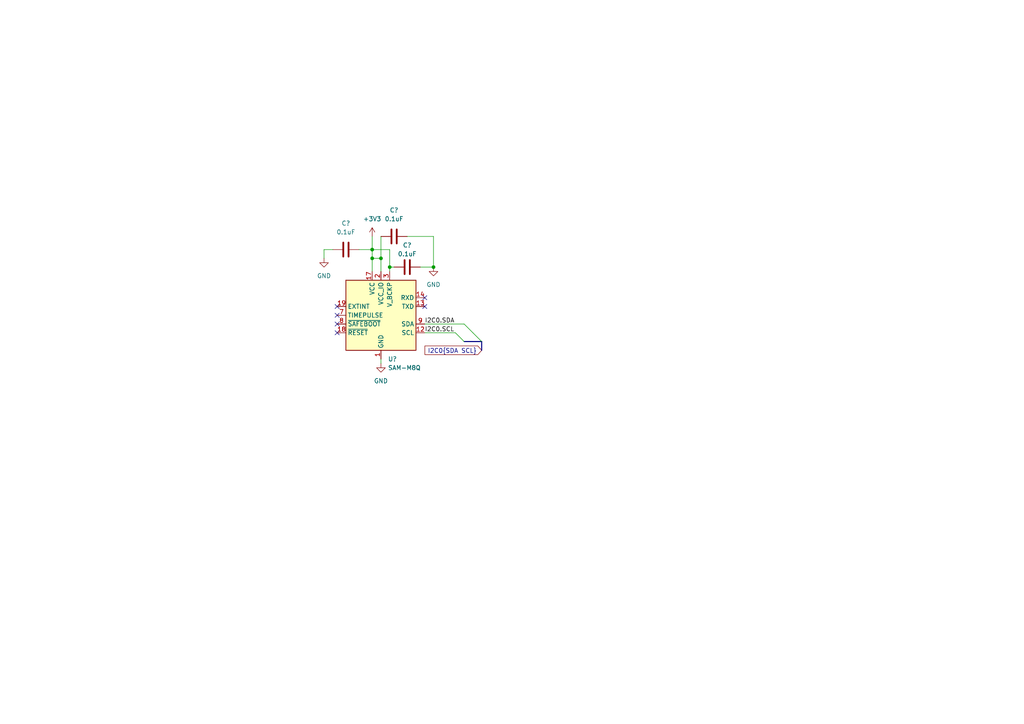
<source format=kicad_sch>
(kicad_sch (version 20211123) (generator eeschema)
  (paper "A4")
  (lib_symbols
    (symbol "Device:C" (pin_numbers hide) (pin_names (offset 0.254))
      (property "Reference" "C" (at 0.635 2.54 0))
      (property "Value" "C" (at 0.635 -2.54 0))
      (symbol "C_0_1"
        (polyline (pts (xy -2.032 -0.762) (xy 2.032 -0.762)) (stroke (width 0.508)))
        (polyline (pts (xy -2.032 0.762) (xy 2.032 0.762)) (stroke (width 0.508)))
      )
      (symbol "C_1_1"
        (pin passive line (at 0 3.81 270) (length 2.794) (name "~") (number "1"))
        (pin passive line (at 0 -3.81 90) (length 2.794) (name "~") (number "2"))
      )
    )
    (symbol "RF_GPS:SAM-M8Q"
      (property "Reference" "U" (at -8.89 11.43 0))
      (property "Value" "SAM-M8Q" (at 8.89 11.43 0))
      (symbol "SAM-M8Q_0_1"
        (rectangle (start -10.16 10.16) (end 10.16 -10.16) (stroke (width 0.254)) (fill (type background)))
      )
      (symbol "SAM-M8Q_1_1"
        (pin power_in line (at 0 -12.7 90) (length 2.54) (name "GND") (number "1"))
        (pin passive line (at 0 -12.7 90) (length 2.54) hide (name "GND") (number "10"))
        (pin passive line (at 0 -12.7 90) (length 2.54) hide (name "GND") (number "11"))
        (pin input line (at 12.7 -5.08 180) (length 2.54) (name "SCL") (number "12"))
        (pin output line (at 12.7 2.54 180) (length 2.54) (name "TXD") (number "13"))
        (pin input line (at 12.7 5.08 180) (length 2.54) (name "RXD") (number "14"))
        (pin passive line (at 0 -12.7 90) (length 2.54) hide (name "GND") (number "15"))
        (pin passive line (at 0 -12.7 90) (length 2.54) hide (name "GND") (number "16"))
        (pin power_in line (at -2.54 12.7 270) (length 2.54) (name "VCC") (number "17"))
        (pin input line (at -12.7 -5.08 0) (length 2.54) (name "~{RESET}") (number "18"))
        (pin input line (at -12.7 2.54 0) (length 2.54) (name "EXTINT") (number "19"))
        (pin power_in line (at 0 12.7 270) (length 2.54) (name "VCC_IO") (number "2"))
        (pin passive line (at 0 -12.7 90) (length 2.54) hide (name "GND") (number "20"))
        (pin power_in line (at 2.54 12.7 270) (length 2.54) (name "V_BCKP") (number "3"))
        (pin passive line (at 0 -12.7 90) (length 2.54) hide (name "GND") (number "4"))
        (pin passive line (at 0 -12.7 90) (length 2.54) hide (name "GND") (number "5"))
        (pin passive line (at 0 -12.7 90) (length 2.54) hide (name "GND") (number "6"))
        (pin output line (at -12.7 0 0) (length 2.54) (name "TIMEPULSE") (number "7"))
        (pin input line (at -12.7 -2.54 0) (length 2.54) (name "~{SAFEBOOT}") (number "8"))
        (pin bidirectional line (at 12.7 -2.54 180) (length 2.54) (name "SDA") (number "9"))
      )
    )
    (symbol "power:+3V3" (power) (pin_names (offset 0))
      (property "Value" "+3V3" (at 0 3.556 0))
      (symbol "+3V3_0_1"
        (polyline (pts (xy -0.762 1.27) (xy 0 2.54)))
        (polyline (pts (xy 0 0) (xy 0 2.54)))
        (polyline (pts (xy 0 2.54) (xy 0.762 1.27)))
      )
      (symbol "+3V3_1_1"
        (pin power_in line (at 0 0 90) (length 0) hide (name "+3V3") (number "1"))
      )
    )
    (symbol "power:GND" (power) (pin_names (offset 0))
      (property "Value" "GND" (at 0 -3.81 0))
      (symbol "GND_0_1"
        (polyline (pts (xy 0 0) (xy 0 -1.27) (xy 1.27 -1.27) (xy 0 -2.54) (xy -1.27 -1.27) (xy 0 -1.27)))
      )
      (symbol "GND_1_1"
        (pin power_in line (at 0 0 270) (length 0) hide (name "GND") (number "1"))
      )
    )
  )
  (junction (at 125.73 77.47))
  (junction (at 110.49 74.93))
  (junction (at 113.03 77.47))
  (junction (at 107.95 72.39))
  (junction (at 107.95 74.93))
  (no_connect (at 123.19 86.36))
  (no_connect (at 97.79 93.98))
  (no_connect (at 97.79 91.44))
  (no_connect (at 123.19 88.9))
  (no_connect (at 97.79 96.52))
  (no_connect (at 97.79 88.9))
  (bus_entry (at 134.62 99.06) (size -2.54 -2.54))
  (bus_entry (at 139.7 99.06) (size -2.54 -2.54))
  (wire (pts (xy 93.98 72.39) (xy 93.98 74.93)))
  (wire (pts (xy 110.49 68.58) (xy 110.49 74.93)))
  (wire (pts (xy 123.19 96.52) (xy 132.08 96.52)))
  (wire (pts (xy 134.62 93.98) (xy 137.16 96.52)))
  (bus (pts (xy 139.7 101.6) (xy 139.7 99.06)))
  (wire (pts (xy 110.49 74.93) (xy 107.95 74.93)))
  (wire (pts (xy 113.03 77.47) (xy 113.03 72.39)))
  (wire (pts (xy 110.49 78.74) (xy 110.49 74.93)))
  (wire (pts (xy 125.73 77.47) (xy 121.92 77.47)))
  (wire (pts (xy 123.19 93.98) (xy 134.62 93.98)))
  (wire (pts (xy 110.49 104.14) (xy 110.49 105.41)))
  (wire (pts (xy 107.95 72.39) (xy 107.95 74.93)))
  (wire (pts (xy 113.03 77.47) (xy 114.3 77.47)))
  (wire (pts (xy 118.11 68.58) (xy 125.73 68.58)))
  (wire (pts (xy 125.73 68.58) (xy 125.73 77.47)))
  (wire (pts (xy 113.03 72.39) (xy 107.95 72.39)))
  (wire (pts (xy 96.52 72.39) (xy 93.98 72.39)))
  (wire (pts (xy 113.03 78.74) (xy 113.03 77.47)))
  (wire (pts (xy 107.95 74.93) (xy 107.95 78.74)))
  (wire (pts (xy 107.95 68.58) (xy 107.95 72.39)))
  (wire (pts (xy 104.14 72.39) (xy 107.95 72.39)))
  (bus (pts (xy 139.7 99.06) (xy 134.62 99.06)))
  (label "I2C0.SDA" (at 123.19 93.98 0))
  (label "I2C0.SCL" (at 123.19 96.52 0))
  (global_label "I2C0{SDA SCL}" (shape input) (at 139.7 101.6 180) (property "Intersheet References" "${INTERSHEET_REFS}" (effects hide)))
  (symbol (lib_id "Device:C") (at 100.33 72.39 90) (unit 1)
    (property "Reference" "C?" (at 100.33 64.77 90))
    (property "Value" "0.1uF" (at 100.33 67.31 90))
    (property "Footprint" "Capacitor_SMD:C_0603_1608Metric_Pad1.08x0.95mm_HandSolder" (effects hide))
    (property "Digikey" "https://www.digikey.com/short/3wn2fdb2" (effects hide))
    (property "Unit Price" "0.10" (effects hide))
  )
  (symbol (lib_id "RF_GPS:SAM-M8Q") (at 110.49 91.44 0) (unit 1)
    (property "Reference" "U?" (at 112.5094 104.14 0) (effects (justify left)))
    (property "Value" "SAM-M8Q" (at 112.5094 106.68 0) (effects (justify left)))
    (property "Footprint" "RF_GPS:ublox_SAM-M8Q" (effects hide))
    (property "Datasheet" "https://www.u-blox.com/sites/default/files/SAM-M8Q_DataSheet_%28UBX-16012619%29.pdf" (effects hide))
    (property "Digikey" "https://www.digikey.com/short/n7wwdb37" (effects hide))
    (property "Unit Price" "31.50" (effects hide))
  )
  (symbol (lib_id "power:GND") (at 110.49 105.41 0) (unit 1)
    (property "Reference" "#PWR?" (effects hide))
    (property "Value" "GND" (at 110.49 110.49 0))
  )
  (symbol (lib_id "power:+3V3") (at 107.95 68.58 0) (unit 1)
    (property "Reference" "#PWR?" (effects hide))
    (property "Value" "+3V3" (at 107.95 63.5 0))
  )
  (symbol (lib_id "Device:C") (at 114.3 68.58 90) (unit 1)
    (property "Reference" "C?" (at 114.3 60.96 90))
    (property "Value" "0.1uF" (at 114.3 63.5 90))
    (property "Footprint" "Capacitor_SMD:C_0603_1608Metric_Pad1.08x0.95mm_HandSolder" (effects hide))
    (property "Digikey" "https://www.digikey.com/short/3wn2fdb2" (effects hide))
    (property "Unit Price" "0.10" (effects hide))
  )
  (symbol (lib_id "power:GND") (at 125.73 77.47 0) (unit 1)
    (property "Reference" "#PWR?" (effects hide))
    (property "Value" "GND" (at 125.73 82.55 0))
  )
  (symbol (lib_id "power:GND") (at 93.98 74.93 0) (unit 1)
    (property "Reference" "#PWR?" (effects hide))
    (property "Value" "GND" (at 93.98 80.01 0))
  )
  (symbol (lib_id "Device:C") (at 118.11 77.47 90) (unit 1)
    (property "Reference" "C?" (at 118.11 71.12 90))
    (property "Value" "0.1uF" (at 118.11 73.66 90))
    (property "Footprint" "Capacitor_SMD:C_0603_1608Metric_Pad1.08x0.95mm_HandSolder" (effects hide))
    (property "Digikey" "https://www.digikey.com/short/3wn2fdb2" (effects hide))
    (property "Unit Price" "0.10" (effects hide))
  )
)
</source>
